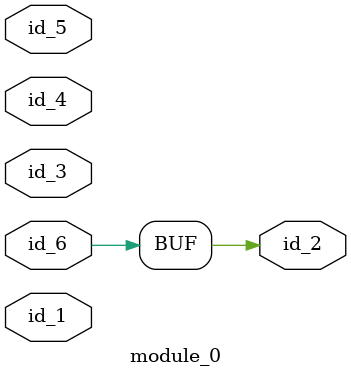
<source format=v>
module module_0 (
    id_1,
    id_2,
    id_3,
    id_4,
    id_5,
    id_6
);
  input id_6;
  input id_5;
  input id_4;
  input id_3;
  output id_2;
  input id_1;
  assign id_2 = id_6;
endmodule

</source>
